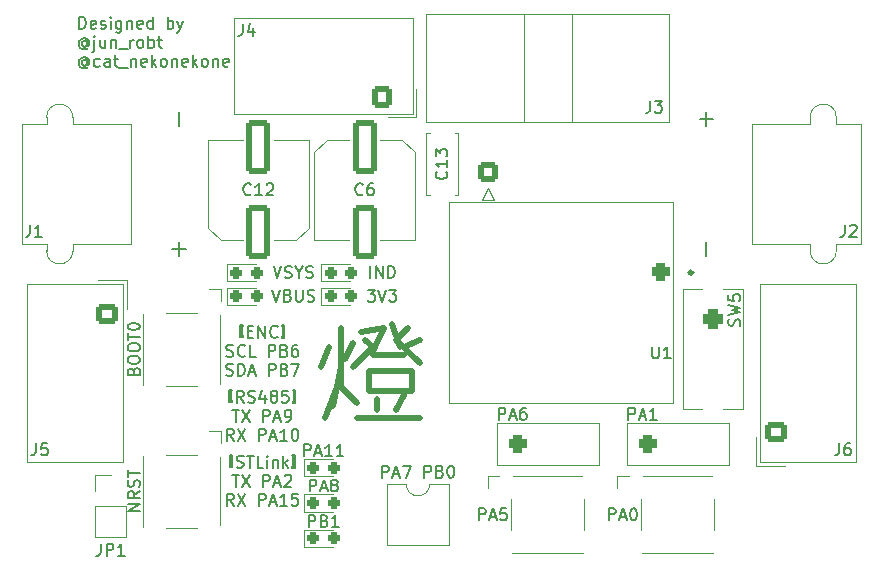
<source format=gbr>
%TF.GenerationSoftware,KiCad,Pcbnew,(6.0.7)*%
%TF.CreationDate,2023-12-12T10:26:36+09:00*%
%TF.ProjectId,Odometry,4f646f6d-6574-4727-992e-6b696361645f,rev?*%
%TF.SameCoordinates,Original*%
%TF.FileFunction,Legend,Top*%
%TF.FilePolarity,Positive*%
%FSLAX46Y46*%
G04 Gerber Fmt 4.6, Leading zero omitted, Abs format (unit mm)*
G04 Created by KiCad (PCBNEW (6.0.7)) date 2023-12-12 10:26:36*
%MOMM*%
%LPD*%
G01*
G04 APERTURE LIST*
G04 Aperture macros list*
%AMRoundRect*
0 Rectangle with rounded corners*
0 $1 Rounding radius*
0 $2 $3 $4 $5 $6 $7 $8 $9 X,Y pos of 4 corners*
0 Add a 4 corners polygon primitive as box body*
4,1,4,$2,$3,$4,$5,$6,$7,$8,$9,$2,$3,0*
0 Add four circle primitives for the rounded corners*
1,1,$1+$1,$2,$3*
1,1,$1+$1,$4,$5*
1,1,$1+$1,$6,$7*
1,1,$1+$1,$8,$9*
0 Add four rect primitives between the rounded corners*
20,1,$1+$1,$2,$3,$4,$5,0*
20,1,$1+$1,$4,$5,$6,$7,0*
20,1,$1+$1,$6,$7,$8,$9,0*
20,1,$1+$1,$8,$9,$2,$3,0*%
G04 Aperture macros list end*
%ADD10C,0.500000*%
%ADD11C,0.150000*%
%ADD12C,0.120000*%
%ADD13C,0.314000*%
%ADD14C,2.700000*%
%ADD15R,1.400000X1.600000*%
%ADD16RoundRect,0.237500X-0.287500X-0.237500X0.287500X-0.237500X0.287500X0.237500X-0.287500X0.237500X0*%
%ADD17RoundRect,0.250001X0.799999X-1.999999X0.799999X1.999999X-0.799999X1.999999X-0.799999X-1.999999X0*%
%ADD18C,1.600000*%
%ADD19RoundRect,0.250000X-0.675000X0.600000X-0.675000X-0.600000X0.675000X-0.600000X0.675000X0.600000X0*%
%ADD20O,1.850000X1.700000*%
%ADD21R,1.700000X1.700000*%
%ADD22O,1.700000X1.700000*%
%ADD23RoundRect,0.381000X-0.381000X-0.381000X0.381000X-0.381000X0.381000X0.381000X-0.381000X0.381000X0*%
%ADD24C,1.524000*%
%ADD25R,1.600000X1.400000*%
%ADD26RoundRect,0.250000X0.675000X-0.600000X0.675000X0.600000X-0.675000X0.600000X-0.675000X-0.600000X0*%
%ADD27RoundRect,0.250001X-0.799999X1.999999X-0.799999X-1.999999X0.799999X-1.999999X0.799999X1.999999X0*%
%ADD28C,1.400000*%
%ADD29R,3.500000X3.500000*%
%ADD30C,3.500000*%
%ADD31C,1.700000*%
%ADD32RoundRect,0.425000X-0.425000X-0.425000X0.425000X-0.425000X0.425000X0.425000X-0.425000X0.425000X0*%
%ADD33RoundRect,0.250000X0.600000X0.675000X-0.600000X0.675000X-0.600000X-0.675000X0.600000X-0.675000X0*%
%ADD34O,1.700000X1.850000*%
%ADD35RoundRect,0.381000X0.381000X-0.381000X0.381000X0.381000X-0.381000X0.381000X-0.381000X-0.381000X0*%
%ADD36RoundRect,0.250000X0.600000X-0.600000X0.600000X0.600000X-0.600000X0.600000X-0.600000X-0.600000X0*%
%ADD37R,1.600000X1.600000*%
%ADD38O,1.600000X1.600000*%
G04 APERTURE END LIST*
D10*
X44833333Y-44333333D02*
X47500000Y-44333333D01*
X44500000Y-47333333D02*
X48166666Y-47333333D01*
X43500000Y-49666666D02*
X48833333Y-49666666D01*
X44500000Y-45666666D02*
X44500000Y-47333333D01*
X44500000Y-45666666D02*
X48166666Y-45666666D01*
X48166666Y-47333333D01*
X42166666Y-42000000D02*
X42166666Y-47000000D01*
X43500000Y-48333333D01*
X46833333Y-43000000D02*
X48833333Y-45000000D01*
X48833333Y-43000000D02*
X47500000Y-43666666D01*
X44166666Y-43000000D02*
X44833333Y-43666666D01*
X43166666Y-45333333D01*
X47833333Y-42000000D02*
X46833333Y-43000000D01*
X45166666Y-48000000D02*
X45166666Y-49000000D01*
X46500000Y-41666666D02*
X47166666Y-43666666D01*
X47500000Y-47666666D02*
X46833333Y-49000000D01*
X43166666Y-43333333D02*
X42500000Y-44666666D01*
X41833333Y-47000000D02*
X40833333Y-49666666D01*
X43833333Y-42333333D02*
X45833333Y-42000000D01*
X44833333Y-44000000D01*
X41166666Y-43666666D02*
X40500000Y-45333333D01*
X42166666Y-45333333D02*
X41500000Y-48666666D01*
D11*
X32714285Y-47247142D02*
X32904761Y-47247142D01*
X32857142Y-47485238D01*
X32857142Y-47770952D01*
X32857142Y-48056666D01*
X32904761Y-48294761D01*
X32714285Y-48294761D01*
X32714285Y-47247142D01*
X33904761Y-48342380D02*
X33571428Y-47866190D01*
X33333333Y-48342380D02*
X33333333Y-47342380D01*
X33714285Y-47342380D01*
X33809523Y-47390000D01*
X33857142Y-47437619D01*
X33904761Y-47532857D01*
X33904761Y-47675714D01*
X33857142Y-47770952D01*
X33809523Y-47818571D01*
X33714285Y-47866190D01*
X33333333Y-47866190D01*
X34285714Y-48294761D02*
X34428571Y-48342380D01*
X34666666Y-48342380D01*
X34761904Y-48294761D01*
X34809523Y-48247142D01*
X34857142Y-48151904D01*
X34857142Y-48056666D01*
X34809523Y-47961428D01*
X34761904Y-47913809D01*
X34666666Y-47866190D01*
X34476190Y-47818571D01*
X34380952Y-47770952D01*
X34333333Y-47723333D01*
X34285714Y-47628095D01*
X34285714Y-47532857D01*
X34333333Y-47437619D01*
X34380952Y-47390000D01*
X34476190Y-47342380D01*
X34714285Y-47342380D01*
X34857142Y-47390000D01*
X35714285Y-47675714D02*
X35714285Y-48342380D01*
X35476190Y-47294761D02*
X35238095Y-48009047D01*
X35857142Y-48009047D01*
X36380952Y-47770952D02*
X36285714Y-47723333D01*
X36238095Y-47675714D01*
X36190476Y-47580476D01*
X36190476Y-47532857D01*
X36238095Y-47437619D01*
X36285714Y-47390000D01*
X36380952Y-47342380D01*
X36571428Y-47342380D01*
X36666666Y-47390000D01*
X36714285Y-47437619D01*
X36761904Y-47532857D01*
X36761904Y-47580476D01*
X36714285Y-47675714D01*
X36666666Y-47723333D01*
X36571428Y-47770952D01*
X36380952Y-47770952D01*
X36285714Y-47818571D01*
X36238095Y-47866190D01*
X36190476Y-47961428D01*
X36190476Y-48151904D01*
X36238095Y-48247142D01*
X36285714Y-48294761D01*
X36380952Y-48342380D01*
X36571428Y-48342380D01*
X36666666Y-48294761D01*
X36714285Y-48247142D01*
X36761904Y-48151904D01*
X36761904Y-47961428D01*
X36714285Y-47866190D01*
X36666666Y-47818571D01*
X36571428Y-47770952D01*
X37666666Y-47342380D02*
X37190476Y-47342380D01*
X37142857Y-47818571D01*
X37190476Y-47770952D01*
X37285714Y-47723333D01*
X37523809Y-47723333D01*
X37619047Y-47770952D01*
X37666666Y-47818571D01*
X37714285Y-47913809D01*
X37714285Y-48151904D01*
X37666666Y-48247142D01*
X37619047Y-48294761D01*
X37523809Y-48342380D01*
X37285714Y-48342380D01*
X37190476Y-48294761D01*
X37142857Y-48247142D01*
X38095238Y-47247142D02*
X38285714Y-47247142D01*
X38285714Y-48342380D01*
X38095238Y-48342380D01*
X38142857Y-48104285D01*
X38142857Y-47485238D01*
X38095238Y-47247142D01*
X32952380Y-48952380D02*
X33523809Y-48952380D01*
X33238095Y-49952380D02*
X33238095Y-48952380D01*
X33761904Y-48952380D02*
X34428571Y-49952380D01*
X34428571Y-48952380D02*
X33761904Y-49952380D01*
X35571428Y-49952380D02*
X35571428Y-48952380D01*
X35952380Y-48952380D01*
X36047619Y-49000000D01*
X36095238Y-49047619D01*
X36142857Y-49142857D01*
X36142857Y-49285714D01*
X36095238Y-49380952D01*
X36047619Y-49428571D01*
X35952380Y-49476190D01*
X35571428Y-49476190D01*
X36523809Y-49666666D02*
X37000000Y-49666666D01*
X36428571Y-49952380D02*
X36761904Y-48952380D01*
X37095238Y-49952380D01*
X37476190Y-49952380D02*
X37666666Y-49952380D01*
X37761904Y-49904761D01*
X37809523Y-49857142D01*
X37904761Y-49714285D01*
X37952380Y-49523809D01*
X37952380Y-49142857D01*
X37904761Y-49047619D01*
X37857142Y-49000000D01*
X37761904Y-48952380D01*
X37571428Y-48952380D01*
X37476190Y-49000000D01*
X37428571Y-49047619D01*
X37380952Y-49142857D01*
X37380952Y-49380952D01*
X37428571Y-49476190D01*
X37476190Y-49523809D01*
X37571428Y-49571428D01*
X37761904Y-49571428D01*
X37857142Y-49523809D01*
X37904761Y-49476190D01*
X37952380Y-49380952D01*
X33071428Y-51562380D02*
X32738095Y-51086190D01*
X32500000Y-51562380D02*
X32500000Y-50562380D01*
X32880952Y-50562380D01*
X32976190Y-50610000D01*
X33023809Y-50657619D01*
X33071428Y-50752857D01*
X33071428Y-50895714D01*
X33023809Y-50990952D01*
X32976190Y-51038571D01*
X32880952Y-51086190D01*
X32500000Y-51086190D01*
X33404761Y-50562380D02*
X34071428Y-51562380D01*
X34071428Y-50562380D02*
X33404761Y-51562380D01*
X35214285Y-51562380D02*
X35214285Y-50562380D01*
X35595238Y-50562380D01*
X35690476Y-50610000D01*
X35738095Y-50657619D01*
X35785714Y-50752857D01*
X35785714Y-50895714D01*
X35738095Y-50990952D01*
X35690476Y-51038571D01*
X35595238Y-51086190D01*
X35214285Y-51086190D01*
X36166666Y-51276666D02*
X36642857Y-51276666D01*
X36071428Y-51562380D02*
X36404761Y-50562380D01*
X36738095Y-51562380D01*
X37595238Y-51562380D02*
X37023809Y-51562380D01*
X37309523Y-51562380D02*
X37309523Y-50562380D01*
X37214285Y-50705238D01*
X37119047Y-50800476D01*
X37023809Y-50848095D01*
X38214285Y-50562380D02*
X38309523Y-50562380D01*
X38404761Y-50610000D01*
X38452380Y-50657619D01*
X38500000Y-50752857D01*
X38547619Y-50943333D01*
X38547619Y-51181428D01*
X38500000Y-51371904D01*
X38452380Y-51467142D01*
X38404761Y-51514761D01*
X38309523Y-51562380D01*
X38214285Y-51562380D01*
X38119047Y-51514761D01*
X38071428Y-51467142D01*
X38023809Y-51371904D01*
X37976190Y-51181428D01*
X37976190Y-50943333D01*
X38023809Y-50752857D01*
X38071428Y-50657619D01*
X38119047Y-50610000D01*
X38214285Y-50562380D01*
X19998095Y-16679880D02*
X19998095Y-15679880D01*
X20236190Y-15679880D01*
X20379047Y-15727500D01*
X20474285Y-15822738D01*
X20521904Y-15917976D01*
X20569523Y-16108452D01*
X20569523Y-16251309D01*
X20521904Y-16441785D01*
X20474285Y-16537023D01*
X20379047Y-16632261D01*
X20236190Y-16679880D01*
X19998095Y-16679880D01*
X21379047Y-16632261D02*
X21283809Y-16679880D01*
X21093333Y-16679880D01*
X20998095Y-16632261D01*
X20950476Y-16537023D01*
X20950476Y-16156071D01*
X20998095Y-16060833D01*
X21093333Y-16013214D01*
X21283809Y-16013214D01*
X21379047Y-16060833D01*
X21426666Y-16156071D01*
X21426666Y-16251309D01*
X20950476Y-16346547D01*
X21807619Y-16632261D02*
X21902857Y-16679880D01*
X22093333Y-16679880D01*
X22188571Y-16632261D01*
X22236190Y-16537023D01*
X22236190Y-16489404D01*
X22188571Y-16394166D01*
X22093333Y-16346547D01*
X21950476Y-16346547D01*
X21855238Y-16298928D01*
X21807619Y-16203690D01*
X21807619Y-16156071D01*
X21855238Y-16060833D01*
X21950476Y-16013214D01*
X22093333Y-16013214D01*
X22188571Y-16060833D01*
X22664761Y-16679880D02*
X22664761Y-16013214D01*
X22664761Y-15679880D02*
X22617142Y-15727500D01*
X22664761Y-15775119D01*
X22712380Y-15727500D01*
X22664761Y-15679880D01*
X22664761Y-15775119D01*
X23569523Y-16013214D02*
X23569523Y-16822738D01*
X23521904Y-16917976D01*
X23474285Y-16965595D01*
X23379047Y-17013214D01*
X23236190Y-17013214D01*
X23140952Y-16965595D01*
X23569523Y-16632261D02*
X23474285Y-16679880D01*
X23283809Y-16679880D01*
X23188571Y-16632261D01*
X23140952Y-16584642D01*
X23093333Y-16489404D01*
X23093333Y-16203690D01*
X23140952Y-16108452D01*
X23188571Y-16060833D01*
X23283809Y-16013214D01*
X23474285Y-16013214D01*
X23569523Y-16060833D01*
X24045714Y-16013214D02*
X24045714Y-16679880D01*
X24045714Y-16108452D02*
X24093333Y-16060833D01*
X24188571Y-16013214D01*
X24331428Y-16013214D01*
X24426666Y-16060833D01*
X24474285Y-16156071D01*
X24474285Y-16679880D01*
X25331428Y-16632261D02*
X25236190Y-16679880D01*
X25045714Y-16679880D01*
X24950476Y-16632261D01*
X24902857Y-16537023D01*
X24902857Y-16156071D01*
X24950476Y-16060833D01*
X25045714Y-16013214D01*
X25236190Y-16013214D01*
X25331428Y-16060833D01*
X25379047Y-16156071D01*
X25379047Y-16251309D01*
X24902857Y-16346547D01*
X26236190Y-16679880D02*
X26236190Y-15679880D01*
X26236190Y-16632261D02*
X26140952Y-16679880D01*
X25950476Y-16679880D01*
X25855238Y-16632261D01*
X25807619Y-16584642D01*
X25760000Y-16489404D01*
X25760000Y-16203690D01*
X25807619Y-16108452D01*
X25855238Y-16060833D01*
X25950476Y-16013214D01*
X26140952Y-16013214D01*
X26236190Y-16060833D01*
X27474285Y-16679880D02*
X27474285Y-15679880D01*
X27474285Y-16060833D02*
X27569523Y-16013214D01*
X27760000Y-16013214D01*
X27855238Y-16060833D01*
X27902857Y-16108452D01*
X27950476Y-16203690D01*
X27950476Y-16489404D01*
X27902857Y-16584642D01*
X27855238Y-16632261D01*
X27760000Y-16679880D01*
X27569523Y-16679880D01*
X27474285Y-16632261D01*
X28283809Y-16013214D02*
X28521904Y-16679880D01*
X28760000Y-16013214D02*
X28521904Y-16679880D01*
X28426666Y-16917976D01*
X28379047Y-16965595D01*
X28283809Y-17013214D01*
X20617142Y-17813690D02*
X20569523Y-17766071D01*
X20474285Y-17718452D01*
X20379047Y-17718452D01*
X20283809Y-17766071D01*
X20236190Y-17813690D01*
X20188571Y-17908928D01*
X20188571Y-18004166D01*
X20236190Y-18099404D01*
X20283809Y-18147023D01*
X20379047Y-18194642D01*
X20474285Y-18194642D01*
X20569523Y-18147023D01*
X20617142Y-18099404D01*
X20617142Y-17718452D02*
X20617142Y-18099404D01*
X20664761Y-18147023D01*
X20712380Y-18147023D01*
X20807619Y-18099404D01*
X20855238Y-18004166D01*
X20855238Y-17766071D01*
X20760000Y-17623214D01*
X20617142Y-17527976D01*
X20426666Y-17480357D01*
X20236190Y-17527976D01*
X20093333Y-17623214D01*
X19998095Y-17766071D01*
X19950476Y-17956547D01*
X19998095Y-18147023D01*
X20093333Y-18289880D01*
X20236190Y-18385119D01*
X20426666Y-18432738D01*
X20617142Y-18385119D01*
X20760000Y-18289880D01*
X21283809Y-17623214D02*
X21283809Y-18480357D01*
X21236190Y-18575595D01*
X21140952Y-18623214D01*
X21093333Y-18623214D01*
X21283809Y-17289880D02*
X21236190Y-17337500D01*
X21283809Y-17385119D01*
X21331428Y-17337500D01*
X21283809Y-17289880D01*
X21283809Y-17385119D01*
X22188571Y-17623214D02*
X22188571Y-18289880D01*
X21760000Y-17623214D02*
X21760000Y-18147023D01*
X21807619Y-18242261D01*
X21902857Y-18289880D01*
X22045714Y-18289880D01*
X22140952Y-18242261D01*
X22188571Y-18194642D01*
X22664761Y-17623214D02*
X22664761Y-18289880D01*
X22664761Y-17718452D02*
X22712380Y-17670833D01*
X22807619Y-17623214D01*
X22950476Y-17623214D01*
X23045714Y-17670833D01*
X23093333Y-17766071D01*
X23093333Y-18289880D01*
X23331428Y-18385119D02*
X24093333Y-18385119D01*
X24331428Y-18289880D02*
X24331428Y-17623214D01*
X24331428Y-17813690D02*
X24379047Y-17718452D01*
X24426666Y-17670833D01*
X24521904Y-17623214D01*
X24617142Y-17623214D01*
X25093333Y-18289880D02*
X24998095Y-18242261D01*
X24950476Y-18194642D01*
X24902857Y-18099404D01*
X24902857Y-17813690D01*
X24950476Y-17718452D01*
X24998095Y-17670833D01*
X25093333Y-17623214D01*
X25236190Y-17623214D01*
X25331428Y-17670833D01*
X25379047Y-17718452D01*
X25426666Y-17813690D01*
X25426666Y-18099404D01*
X25379047Y-18194642D01*
X25331428Y-18242261D01*
X25236190Y-18289880D01*
X25093333Y-18289880D01*
X25855238Y-18289880D02*
X25855238Y-17289880D01*
X25855238Y-17670833D02*
X25950476Y-17623214D01*
X26140952Y-17623214D01*
X26236190Y-17670833D01*
X26283809Y-17718452D01*
X26331428Y-17813690D01*
X26331428Y-18099404D01*
X26283809Y-18194642D01*
X26236190Y-18242261D01*
X26140952Y-18289880D01*
X25950476Y-18289880D01*
X25855238Y-18242261D01*
X26617142Y-17623214D02*
X26998095Y-17623214D01*
X26760000Y-17289880D02*
X26760000Y-18147023D01*
X26807619Y-18242261D01*
X26902857Y-18289880D01*
X26998095Y-18289880D01*
X20617142Y-19423690D02*
X20569523Y-19376071D01*
X20474285Y-19328452D01*
X20379047Y-19328452D01*
X20283809Y-19376071D01*
X20236190Y-19423690D01*
X20188571Y-19518928D01*
X20188571Y-19614166D01*
X20236190Y-19709404D01*
X20283809Y-19757023D01*
X20379047Y-19804642D01*
X20474285Y-19804642D01*
X20569523Y-19757023D01*
X20617142Y-19709404D01*
X20617142Y-19328452D02*
X20617142Y-19709404D01*
X20664761Y-19757023D01*
X20712380Y-19757023D01*
X20807619Y-19709404D01*
X20855238Y-19614166D01*
X20855238Y-19376071D01*
X20760000Y-19233214D01*
X20617142Y-19137976D01*
X20426666Y-19090357D01*
X20236190Y-19137976D01*
X20093333Y-19233214D01*
X19998095Y-19376071D01*
X19950476Y-19566547D01*
X19998095Y-19757023D01*
X20093333Y-19899880D01*
X20236190Y-19995119D01*
X20426666Y-20042738D01*
X20617142Y-19995119D01*
X20760000Y-19899880D01*
X21712380Y-19852261D02*
X21617142Y-19899880D01*
X21426666Y-19899880D01*
X21331428Y-19852261D01*
X21283809Y-19804642D01*
X21236190Y-19709404D01*
X21236190Y-19423690D01*
X21283809Y-19328452D01*
X21331428Y-19280833D01*
X21426666Y-19233214D01*
X21617142Y-19233214D01*
X21712380Y-19280833D01*
X22569523Y-19899880D02*
X22569523Y-19376071D01*
X22521904Y-19280833D01*
X22426666Y-19233214D01*
X22236190Y-19233214D01*
X22140952Y-19280833D01*
X22569523Y-19852261D02*
X22474285Y-19899880D01*
X22236190Y-19899880D01*
X22140952Y-19852261D01*
X22093333Y-19757023D01*
X22093333Y-19661785D01*
X22140952Y-19566547D01*
X22236190Y-19518928D01*
X22474285Y-19518928D01*
X22569523Y-19471309D01*
X22902857Y-19233214D02*
X23283809Y-19233214D01*
X23045714Y-18899880D02*
X23045714Y-19757023D01*
X23093333Y-19852261D01*
X23188571Y-19899880D01*
X23283809Y-19899880D01*
X23379047Y-19995119D02*
X24140952Y-19995119D01*
X24379047Y-19233214D02*
X24379047Y-19899880D01*
X24379047Y-19328452D02*
X24426666Y-19280833D01*
X24521904Y-19233214D01*
X24664761Y-19233214D01*
X24760000Y-19280833D01*
X24807619Y-19376071D01*
X24807619Y-19899880D01*
X25664761Y-19852261D02*
X25569523Y-19899880D01*
X25379047Y-19899880D01*
X25283809Y-19852261D01*
X25236190Y-19757023D01*
X25236190Y-19376071D01*
X25283809Y-19280833D01*
X25379047Y-19233214D01*
X25569523Y-19233214D01*
X25664761Y-19280833D01*
X25712380Y-19376071D01*
X25712380Y-19471309D01*
X25236190Y-19566547D01*
X26140952Y-19899880D02*
X26140952Y-18899880D01*
X26236190Y-19518928D02*
X26521904Y-19899880D01*
X26521904Y-19233214D02*
X26140952Y-19614166D01*
X27093333Y-19899880D02*
X26998095Y-19852261D01*
X26950476Y-19804642D01*
X26902857Y-19709404D01*
X26902857Y-19423690D01*
X26950476Y-19328452D01*
X26998095Y-19280833D01*
X27093333Y-19233214D01*
X27236190Y-19233214D01*
X27331428Y-19280833D01*
X27379047Y-19328452D01*
X27426666Y-19423690D01*
X27426666Y-19709404D01*
X27379047Y-19804642D01*
X27331428Y-19852261D01*
X27236190Y-19899880D01*
X27093333Y-19899880D01*
X27855238Y-19233214D02*
X27855238Y-19899880D01*
X27855238Y-19328452D02*
X27902857Y-19280833D01*
X27998095Y-19233214D01*
X28140952Y-19233214D01*
X28236190Y-19280833D01*
X28283809Y-19376071D01*
X28283809Y-19899880D01*
X29140952Y-19852261D02*
X29045714Y-19899880D01*
X28855238Y-19899880D01*
X28760000Y-19852261D01*
X28712380Y-19757023D01*
X28712380Y-19376071D01*
X28760000Y-19280833D01*
X28855238Y-19233214D01*
X29045714Y-19233214D01*
X29140952Y-19280833D01*
X29188571Y-19376071D01*
X29188571Y-19471309D01*
X28712380Y-19566547D01*
X29617142Y-19899880D02*
X29617142Y-18899880D01*
X29712380Y-19518928D02*
X29998095Y-19899880D01*
X29998095Y-19233214D02*
X29617142Y-19614166D01*
X30569523Y-19899880D02*
X30474285Y-19852261D01*
X30426666Y-19804642D01*
X30379047Y-19709404D01*
X30379047Y-19423690D01*
X30426666Y-19328452D01*
X30474285Y-19280833D01*
X30569523Y-19233214D01*
X30712380Y-19233214D01*
X30807619Y-19280833D01*
X30855238Y-19328452D01*
X30902857Y-19423690D01*
X30902857Y-19709404D01*
X30855238Y-19804642D01*
X30807619Y-19852261D01*
X30712380Y-19899880D01*
X30569523Y-19899880D01*
X31331428Y-19233214D02*
X31331428Y-19899880D01*
X31331428Y-19328452D02*
X31379047Y-19280833D01*
X31474285Y-19233214D01*
X31617142Y-19233214D01*
X31712380Y-19280833D01*
X31760000Y-19376071D01*
X31760000Y-19899880D01*
X32617142Y-19852261D02*
X32521904Y-19899880D01*
X32331428Y-19899880D01*
X32236190Y-19852261D01*
X32188571Y-19757023D01*
X32188571Y-19376071D01*
X32236190Y-19280833D01*
X32331428Y-19233214D01*
X32521904Y-19233214D01*
X32617142Y-19280833D01*
X32664761Y-19376071D01*
X32664761Y-19471309D01*
X32188571Y-19566547D01*
X32761904Y-52747142D02*
X32952380Y-52747142D01*
X32904761Y-52985238D01*
X32904761Y-53270952D01*
X32904761Y-53556666D01*
X32952380Y-53794761D01*
X32761904Y-53794761D01*
X32761904Y-52747142D01*
X33333333Y-53794761D02*
X33476190Y-53842380D01*
X33714285Y-53842380D01*
X33809523Y-53794761D01*
X33857142Y-53747142D01*
X33904761Y-53651904D01*
X33904761Y-53556666D01*
X33857142Y-53461428D01*
X33809523Y-53413809D01*
X33714285Y-53366190D01*
X33523809Y-53318571D01*
X33428571Y-53270952D01*
X33380952Y-53223333D01*
X33333333Y-53128095D01*
X33333333Y-53032857D01*
X33380952Y-52937619D01*
X33428571Y-52890000D01*
X33523809Y-52842380D01*
X33761904Y-52842380D01*
X33904761Y-52890000D01*
X34190476Y-52842380D02*
X34761904Y-52842380D01*
X34476190Y-53842380D02*
X34476190Y-52842380D01*
X35571428Y-53842380D02*
X35095238Y-53842380D01*
X35095238Y-52842380D01*
X35904761Y-53842380D02*
X35904761Y-53175714D01*
X35904761Y-52842380D02*
X35857142Y-52890000D01*
X35904761Y-52937619D01*
X35952380Y-52890000D01*
X35904761Y-52842380D01*
X35904761Y-52937619D01*
X36380952Y-53175714D02*
X36380952Y-53842380D01*
X36380952Y-53270952D02*
X36428571Y-53223333D01*
X36523809Y-53175714D01*
X36666666Y-53175714D01*
X36761904Y-53223333D01*
X36809523Y-53318571D01*
X36809523Y-53842380D01*
X37285714Y-53842380D02*
X37285714Y-52842380D01*
X37380952Y-53461428D02*
X37666666Y-53842380D01*
X37666666Y-53175714D02*
X37285714Y-53556666D01*
X38047619Y-52747142D02*
X38238095Y-52747142D01*
X38238095Y-53842380D01*
X38047619Y-53842380D01*
X38095238Y-53604285D01*
X38095238Y-52985238D01*
X38047619Y-52747142D01*
X32952380Y-54452380D02*
X33523809Y-54452380D01*
X33238095Y-55452380D02*
X33238095Y-54452380D01*
X33761904Y-54452380D02*
X34428571Y-55452380D01*
X34428571Y-54452380D02*
X33761904Y-55452380D01*
X35571428Y-55452380D02*
X35571428Y-54452380D01*
X35952380Y-54452380D01*
X36047619Y-54500000D01*
X36095238Y-54547619D01*
X36142857Y-54642857D01*
X36142857Y-54785714D01*
X36095238Y-54880952D01*
X36047619Y-54928571D01*
X35952380Y-54976190D01*
X35571428Y-54976190D01*
X36523809Y-55166666D02*
X37000000Y-55166666D01*
X36428571Y-55452380D02*
X36761904Y-54452380D01*
X37095238Y-55452380D01*
X37380952Y-54547619D02*
X37428571Y-54500000D01*
X37523809Y-54452380D01*
X37761904Y-54452380D01*
X37857142Y-54500000D01*
X37904761Y-54547619D01*
X37952380Y-54642857D01*
X37952380Y-54738095D01*
X37904761Y-54880952D01*
X37333333Y-55452380D01*
X37952380Y-55452380D01*
X33071428Y-57062380D02*
X32738095Y-56586190D01*
X32500000Y-57062380D02*
X32500000Y-56062380D01*
X32880952Y-56062380D01*
X32976190Y-56110000D01*
X33023809Y-56157619D01*
X33071428Y-56252857D01*
X33071428Y-56395714D01*
X33023809Y-56490952D01*
X32976190Y-56538571D01*
X32880952Y-56586190D01*
X32500000Y-56586190D01*
X33404761Y-56062380D02*
X34071428Y-57062380D01*
X34071428Y-56062380D02*
X33404761Y-57062380D01*
X35214285Y-57062380D02*
X35214285Y-56062380D01*
X35595238Y-56062380D01*
X35690476Y-56110000D01*
X35738095Y-56157619D01*
X35785714Y-56252857D01*
X35785714Y-56395714D01*
X35738095Y-56490952D01*
X35690476Y-56538571D01*
X35595238Y-56586190D01*
X35214285Y-56586190D01*
X36166666Y-56776666D02*
X36642857Y-56776666D01*
X36071428Y-57062380D02*
X36404761Y-56062380D01*
X36738095Y-57062380D01*
X37595238Y-57062380D02*
X37023809Y-57062380D01*
X37309523Y-57062380D02*
X37309523Y-56062380D01*
X37214285Y-56205238D01*
X37119047Y-56300476D01*
X37023809Y-56348095D01*
X38500000Y-56062380D02*
X38023809Y-56062380D01*
X37976190Y-56538571D01*
X38023809Y-56490952D01*
X38119047Y-56443333D01*
X38357142Y-56443333D01*
X38452380Y-56490952D01*
X38500000Y-56538571D01*
X38547619Y-56633809D01*
X38547619Y-56871904D01*
X38500000Y-56967142D01*
X38452380Y-57014761D01*
X38357142Y-57062380D01*
X38119047Y-57062380D01*
X38023809Y-57014761D01*
X37976190Y-56967142D01*
X33642857Y-41747142D02*
X33833333Y-41747142D01*
X33785714Y-41985238D01*
X33785714Y-42270952D01*
X33785714Y-42556666D01*
X33833333Y-42794761D01*
X33642857Y-42794761D01*
X33642857Y-41747142D01*
X34261904Y-42318571D02*
X34595238Y-42318571D01*
X34738095Y-42842380D02*
X34261904Y-42842380D01*
X34261904Y-41842380D01*
X34738095Y-41842380D01*
X35166666Y-42842380D02*
X35166666Y-41842380D01*
X35738095Y-42842380D01*
X35738095Y-41842380D01*
X36785714Y-42747142D02*
X36738095Y-42794761D01*
X36595238Y-42842380D01*
X36500000Y-42842380D01*
X36357142Y-42794761D01*
X36261904Y-42699523D01*
X36214285Y-42604285D01*
X36166666Y-42413809D01*
X36166666Y-42270952D01*
X36214285Y-42080476D01*
X36261904Y-41985238D01*
X36357142Y-41890000D01*
X36500000Y-41842380D01*
X36595238Y-41842380D01*
X36738095Y-41890000D01*
X36785714Y-41937619D01*
X37166666Y-41747142D02*
X37357142Y-41747142D01*
X37357142Y-42842380D01*
X37166666Y-42842380D01*
X37214285Y-42604285D01*
X37214285Y-41985238D01*
X37166666Y-41747142D01*
X32452380Y-44404761D02*
X32595238Y-44452380D01*
X32833333Y-44452380D01*
X32928571Y-44404761D01*
X32976190Y-44357142D01*
X33023809Y-44261904D01*
X33023809Y-44166666D01*
X32976190Y-44071428D01*
X32928571Y-44023809D01*
X32833333Y-43976190D01*
X32642857Y-43928571D01*
X32547619Y-43880952D01*
X32500000Y-43833333D01*
X32452380Y-43738095D01*
X32452380Y-43642857D01*
X32500000Y-43547619D01*
X32547619Y-43500000D01*
X32642857Y-43452380D01*
X32880952Y-43452380D01*
X33023809Y-43500000D01*
X34023809Y-44357142D02*
X33976190Y-44404761D01*
X33833333Y-44452380D01*
X33738095Y-44452380D01*
X33595238Y-44404761D01*
X33500000Y-44309523D01*
X33452380Y-44214285D01*
X33404761Y-44023809D01*
X33404761Y-43880952D01*
X33452380Y-43690476D01*
X33500000Y-43595238D01*
X33595238Y-43500000D01*
X33738095Y-43452380D01*
X33833333Y-43452380D01*
X33976190Y-43500000D01*
X34023809Y-43547619D01*
X34928571Y-44452380D02*
X34452380Y-44452380D01*
X34452380Y-43452380D01*
X36023809Y-44452380D02*
X36023809Y-43452380D01*
X36404761Y-43452380D01*
X36500000Y-43500000D01*
X36547619Y-43547619D01*
X36595238Y-43642857D01*
X36595238Y-43785714D01*
X36547619Y-43880952D01*
X36500000Y-43928571D01*
X36404761Y-43976190D01*
X36023809Y-43976190D01*
X37357142Y-43928571D02*
X37500000Y-43976190D01*
X37547619Y-44023809D01*
X37595238Y-44119047D01*
X37595238Y-44261904D01*
X37547619Y-44357142D01*
X37500000Y-44404761D01*
X37404761Y-44452380D01*
X37023809Y-44452380D01*
X37023809Y-43452380D01*
X37357142Y-43452380D01*
X37452380Y-43500000D01*
X37500000Y-43547619D01*
X37547619Y-43642857D01*
X37547619Y-43738095D01*
X37500000Y-43833333D01*
X37452380Y-43880952D01*
X37357142Y-43928571D01*
X37023809Y-43928571D01*
X38452380Y-43452380D02*
X38261904Y-43452380D01*
X38166666Y-43500000D01*
X38119047Y-43547619D01*
X38023809Y-43690476D01*
X37976190Y-43880952D01*
X37976190Y-44261904D01*
X38023809Y-44357142D01*
X38071428Y-44404761D01*
X38166666Y-44452380D01*
X38357142Y-44452380D01*
X38452380Y-44404761D01*
X38500000Y-44357142D01*
X38547619Y-44261904D01*
X38547619Y-44023809D01*
X38500000Y-43928571D01*
X38452380Y-43880952D01*
X38357142Y-43833333D01*
X38166666Y-43833333D01*
X38071428Y-43880952D01*
X38023809Y-43928571D01*
X37976190Y-44023809D01*
X32428571Y-46014761D02*
X32571428Y-46062380D01*
X32809523Y-46062380D01*
X32904761Y-46014761D01*
X32952380Y-45967142D01*
X33000000Y-45871904D01*
X33000000Y-45776666D01*
X32952380Y-45681428D01*
X32904761Y-45633809D01*
X32809523Y-45586190D01*
X32619047Y-45538571D01*
X32523809Y-45490952D01*
X32476190Y-45443333D01*
X32428571Y-45348095D01*
X32428571Y-45252857D01*
X32476190Y-45157619D01*
X32523809Y-45110000D01*
X32619047Y-45062380D01*
X32857142Y-45062380D01*
X33000000Y-45110000D01*
X33428571Y-46062380D02*
X33428571Y-45062380D01*
X33666666Y-45062380D01*
X33809523Y-45110000D01*
X33904761Y-45205238D01*
X33952380Y-45300476D01*
X34000000Y-45490952D01*
X34000000Y-45633809D01*
X33952380Y-45824285D01*
X33904761Y-45919523D01*
X33809523Y-46014761D01*
X33666666Y-46062380D01*
X33428571Y-46062380D01*
X34380952Y-45776666D02*
X34857142Y-45776666D01*
X34285714Y-46062380D02*
X34619047Y-45062380D01*
X34952380Y-46062380D01*
X36047619Y-46062380D02*
X36047619Y-45062380D01*
X36428571Y-45062380D01*
X36523809Y-45110000D01*
X36571428Y-45157619D01*
X36619047Y-45252857D01*
X36619047Y-45395714D01*
X36571428Y-45490952D01*
X36523809Y-45538571D01*
X36428571Y-45586190D01*
X36047619Y-45586190D01*
X37380952Y-45538571D02*
X37523809Y-45586190D01*
X37571428Y-45633809D01*
X37619047Y-45729047D01*
X37619047Y-45871904D01*
X37571428Y-45967142D01*
X37523809Y-46014761D01*
X37428571Y-46062380D01*
X37047619Y-46062380D01*
X37047619Y-45062380D01*
X37380952Y-45062380D01*
X37476190Y-45110000D01*
X37523809Y-45157619D01*
X37571428Y-45252857D01*
X37571428Y-45348095D01*
X37523809Y-45443333D01*
X37476190Y-45490952D01*
X37380952Y-45538571D01*
X37047619Y-45538571D01*
X37952380Y-45062380D02*
X38619047Y-45062380D01*
X38190476Y-46062380D01*
%TO.C,NRST*%
X25114880Y-57480357D02*
X24114880Y-57480357D01*
X25114880Y-56908928D01*
X24114880Y-56908928D01*
X25114880Y-55861309D02*
X24638690Y-56194642D01*
X25114880Y-56432738D02*
X24114880Y-56432738D01*
X24114880Y-56051785D01*
X24162500Y-55956547D01*
X24210119Y-55908928D01*
X24305357Y-55861309D01*
X24448214Y-55861309D01*
X24543452Y-55908928D01*
X24591071Y-55956547D01*
X24638690Y-56051785D01*
X24638690Y-56432738D01*
X25067261Y-55480357D02*
X25114880Y-55337500D01*
X25114880Y-55099404D01*
X25067261Y-55004166D01*
X25019642Y-54956547D01*
X24924404Y-54908928D01*
X24829166Y-54908928D01*
X24733928Y-54956547D01*
X24686309Y-55004166D01*
X24638690Y-55099404D01*
X24591071Y-55289880D01*
X24543452Y-55385119D01*
X24495833Y-55432738D01*
X24400595Y-55480357D01*
X24305357Y-55480357D01*
X24210119Y-55432738D01*
X24162500Y-55385119D01*
X24114880Y-55289880D01*
X24114880Y-55051785D01*
X24162500Y-54908928D01*
X24114880Y-54623214D02*
X24114880Y-54051785D01*
X25114880Y-54337500D02*
X24114880Y-54337500D01*
%TO.C,IND*%
X44638690Y-37789880D02*
X44638690Y-36789880D01*
X45114880Y-37789880D02*
X45114880Y-36789880D01*
X45686309Y-37789880D01*
X45686309Y-36789880D01*
X46162500Y-37789880D02*
X46162500Y-36789880D01*
X46400595Y-36789880D01*
X46543452Y-36837500D01*
X46638690Y-36932738D01*
X46686309Y-37027976D01*
X46733928Y-37218452D01*
X46733928Y-37361309D01*
X46686309Y-37551785D01*
X46638690Y-37647023D01*
X46543452Y-37742261D01*
X46400595Y-37789880D01*
X46162500Y-37789880D01*
%TO.C,PA8*%
X39495833Y-55859880D02*
X39495833Y-54859880D01*
X39876785Y-54859880D01*
X39972023Y-54907500D01*
X40019642Y-54955119D01*
X40067261Y-55050357D01*
X40067261Y-55193214D01*
X40019642Y-55288452D01*
X39972023Y-55336071D01*
X39876785Y-55383690D01*
X39495833Y-55383690D01*
X40448214Y-55574166D02*
X40924404Y-55574166D01*
X40352976Y-55859880D02*
X40686309Y-54859880D01*
X41019642Y-55859880D01*
X41495833Y-55288452D02*
X41400595Y-55240833D01*
X41352976Y-55193214D01*
X41305357Y-55097976D01*
X41305357Y-55050357D01*
X41352976Y-54955119D01*
X41400595Y-54907500D01*
X41495833Y-54859880D01*
X41686309Y-54859880D01*
X41781547Y-54907500D01*
X41829166Y-54955119D01*
X41876785Y-55050357D01*
X41876785Y-55097976D01*
X41829166Y-55193214D01*
X41781547Y-55240833D01*
X41686309Y-55288452D01*
X41495833Y-55288452D01*
X41400595Y-55336071D01*
X41352976Y-55383690D01*
X41305357Y-55478928D01*
X41305357Y-55669404D01*
X41352976Y-55764642D01*
X41400595Y-55812261D01*
X41495833Y-55859880D01*
X41686309Y-55859880D01*
X41781547Y-55812261D01*
X41829166Y-55764642D01*
X41876785Y-55669404D01*
X41876785Y-55478928D01*
X41829166Y-55383690D01*
X41781547Y-55336071D01*
X41686309Y-55288452D01*
%TO.C,BOOT0*%
X24591071Y-45670833D02*
X24638690Y-45527976D01*
X24686309Y-45480357D01*
X24781547Y-45432738D01*
X24924404Y-45432738D01*
X25019642Y-45480357D01*
X25067261Y-45527976D01*
X25114880Y-45623214D01*
X25114880Y-46004166D01*
X24114880Y-46004166D01*
X24114880Y-45670833D01*
X24162500Y-45575595D01*
X24210119Y-45527976D01*
X24305357Y-45480357D01*
X24400595Y-45480357D01*
X24495833Y-45527976D01*
X24543452Y-45575595D01*
X24591071Y-45670833D01*
X24591071Y-46004166D01*
X24114880Y-44813690D02*
X24114880Y-44623214D01*
X24162500Y-44527976D01*
X24257738Y-44432738D01*
X24448214Y-44385119D01*
X24781547Y-44385119D01*
X24972023Y-44432738D01*
X25067261Y-44527976D01*
X25114880Y-44623214D01*
X25114880Y-44813690D01*
X25067261Y-44908928D01*
X24972023Y-45004166D01*
X24781547Y-45051785D01*
X24448214Y-45051785D01*
X24257738Y-45004166D01*
X24162500Y-44908928D01*
X24114880Y-44813690D01*
X24114880Y-43766071D02*
X24114880Y-43575595D01*
X24162500Y-43480357D01*
X24257738Y-43385119D01*
X24448214Y-43337500D01*
X24781547Y-43337500D01*
X24972023Y-43385119D01*
X25067261Y-43480357D01*
X25114880Y-43575595D01*
X25114880Y-43766071D01*
X25067261Y-43861309D01*
X24972023Y-43956547D01*
X24781547Y-44004166D01*
X24448214Y-44004166D01*
X24257738Y-43956547D01*
X24162500Y-43861309D01*
X24114880Y-43766071D01*
X24114880Y-43051785D02*
X24114880Y-42480357D01*
X25114880Y-42766071D02*
X24114880Y-42766071D01*
X24114880Y-41956547D02*
X24114880Y-41861309D01*
X24162500Y-41766071D01*
X24210119Y-41718452D01*
X24305357Y-41670833D01*
X24495833Y-41623214D01*
X24733928Y-41623214D01*
X24924404Y-41670833D01*
X25019642Y-41718452D01*
X25067261Y-41766071D01*
X25114880Y-41861309D01*
X25114880Y-41956547D01*
X25067261Y-42051785D01*
X25019642Y-42099404D01*
X24924404Y-42147023D01*
X24733928Y-42194642D01*
X24495833Y-42194642D01*
X24305357Y-42147023D01*
X24210119Y-42099404D01*
X24162500Y-42051785D01*
X24114880Y-41956547D01*
%TO.C,C12*%
X34519642Y-30694642D02*
X34472023Y-30742261D01*
X34329166Y-30789880D01*
X34233928Y-30789880D01*
X34091071Y-30742261D01*
X33995833Y-30647023D01*
X33948214Y-30551785D01*
X33900595Y-30361309D01*
X33900595Y-30218452D01*
X33948214Y-30027976D01*
X33995833Y-29932738D01*
X34091071Y-29837500D01*
X34233928Y-29789880D01*
X34329166Y-29789880D01*
X34472023Y-29837500D01*
X34519642Y-29885119D01*
X35472023Y-30789880D02*
X34900595Y-30789880D01*
X35186309Y-30789880D02*
X35186309Y-29789880D01*
X35091071Y-29932738D01*
X34995833Y-30027976D01*
X34900595Y-30075595D01*
X35852976Y-29885119D02*
X35900595Y-29837500D01*
X35995833Y-29789880D01*
X36233928Y-29789880D01*
X36329166Y-29837500D01*
X36376785Y-29885119D01*
X36424404Y-29980357D01*
X36424404Y-30075595D01*
X36376785Y-30218452D01*
X35805357Y-30789880D01*
X36424404Y-30789880D01*
%TO.C,C13*%
X51074787Y-28778156D02*
X51122406Y-28825775D01*
X51170025Y-28968632D01*
X51170025Y-29063870D01*
X51122406Y-29206727D01*
X51027168Y-29301965D01*
X50931930Y-29349584D01*
X50741454Y-29397203D01*
X50598597Y-29397203D01*
X50408121Y-29349584D01*
X50312883Y-29301965D01*
X50217645Y-29206727D01*
X50170025Y-29063870D01*
X50170025Y-28968632D01*
X50217645Y-28825775D01*
X50265264Y-28778156D01*
X51170025Y-27825775D02*
X51170025Y-28397203D01*
X51170025Y-28111489D02*
X50170025Y-28111489D01*
X50312883Y-28206727D01*
X50408121Y-28301965D01*
X50455740Y-28397203D01*
X50170025Y-27492441D02*
X50170025Y-26873394D01*
X50550978Y-27206727D01*
X50550978Y-27063870D01*
X50598597Y-26968632D01*
X50646216Y-26921013D01*
X50741454Y-26873394D01*
X50979549Y-26873394D01*
X51074787Y-26921013D01*
X51122406Y-26968632D01*
X51170025Y-27063870D01*
X51170025Y-27349584D01*
X51122406Y-27444822D01*
X51074787Y-27492441D01*
%TO.C,J5*%
X16329166Y-51789880D02*
X16329166Y-52504166D01*
X16281547Y-52647023D01*
X16186309Y-52742261D01*
X16043452Y-52789880D01*
X15948214Y-52789880D01*
X17281547Y-51789880D02*
X16805357Y-51789880D01*
X16757738Y-52266071D01*
X16805357Y-52218452D01*
X16900595Y-52170833D01*
X17138690Y-52170833D01*
X17233928Y-52218452D01*
X17281547Y-52266071D01*
X17329166Y-52361309D01*
X17329166Y-52599404D01*
X17281547Y-52694642D01*
X17233928Y-52742261D01*
X17138690Y-52789880D01*
X16900595Y-52789880D01*
X16805357Y-52742261D01*
X16757738Y-52694642D01*
%TO.C,JP1*%
X21829166Y-60289880D02*
X21829166Y-61004166D01*
X21781547Y-61147023D01*
X21686309Y-61242261D01*
X21543452Y-61289880D01*
X21448214Y-61289880D01*
X22305357Y-61289880D02*
X22305357Y-60289880D01*
X22686309Y-60289880D01*
X22781547Y-60337500D01*
X22829166Y-60385119D01*
X22876785Y-60480357D01*
X22876785Y-60623214D01*
X22829166Y-60718452D01*
X22781547Y-60766071D01*
X22686309Y-60813690D01*
X22305357Y-60813690D01*
X23829166Y-61289880D02*
X23257738Y-61289880D01*
X23543452Y-61289880D02*
X23543452Y-60289880D01*
X23448214Y-60432738D01*
X23352976Y-60527976D01*
X23257738Y-60575595D01*
%TO.C,U1*%
X68515985Y-43601128D02*
X68515985Y-44410652D01*
X68563604Y-44505890D01*
X68611223Y-44553509D01*
X68706461Y-44601128D01*
X68896937Y-44601128D01*
X68992175Y-44553509D01*
X69039794Y-44505890D01*
X69087413Y-44410652D01*
X69087413Y-43601128D01*
X70087413Y-44601128D02*
X69515985Y-44601128D01*
X69801699Y-44601128D02*
X69801699Y-43601128D01*
X69706461Y-43743986D01*
X69611223Y-43839224D01*
X69515985Y-43886843D01*
%TO.C,PB1*%
X39424404Y-58859880D02*
X39424404Y-57859880D01*
X39805357Y-57859880D01*
X39900595Y-57907500D01*
X39948214Y-57955119D01*
X39995833Y-58050357D01*
X39995833Y-58193214D01*
X39948214Y-58288452D01*
X39900595Y-58336071D01*
X39805357Y-58383690D01*
X39424404Y-58383690D01*
X40757738Y-58336071D02*
X40900595Y-58383690D01*
X40948214Y-58431309D01*
X40995833Y-58526547D01*
X40995833Y-58669404D01*
X40948214Y-58764642D01*
X40900595Y-58812261D01*
X40805357Y-58859880D01*
X40424404Y-58859880D01*
X40424404Y-57859880D01*
X40757738Y-57859880D01*
X40852976Y-57907500D01*
X40900595Y-57955119D01*
X40948214Y-58050357D01*
X40948214Y-58145595D01*
X40900595Y-58240833D01*
X40852976Y-58288452D01*
X40757738Y-58336071D01*
X40424404Y-58336071D01*
X41948214Y-58859880D02*
X41376785Y-58859880D01*
X41662500Y-58859880D02*
X41662500Y-57859880D01*
X41567261Y-58002738D01*
X41472023Y-58097976D01*
X41376785Y-58145595D01*
%TO.C,PA0*%
X64833333Y-58289880D02*
X64833333Y-57289880D01*
X65214285Y-57289880D01*
X65309523Y-57337500D01*
X65357142Y-57385119D01*
X65404761Y-57480357D01*
X65404761Y-57623214D01*
X65357142Y-57718452D01*
X65309523Y-57766071D01*
X65214285Y-57813690D01*
X64833333Y-57813690D01*
X65785714Y-58004166D02*
X66261904Y-58004166D01*
X65690476Y-58289880D02*
X66023809Y-57289880D01*
X66357142Y-58289880D01*
X66880952Y-57289880D02*
X66976190Y-57289880D01*
X67071428Y-57337500D01*
X67119047Y-57385119D01*
X67166666Y-57480357D01*
X67214285Y-57670833D01*
X67214285Y-57908928D01*
X67166666Y-58099404D01*
X67119047Y-58194642D01*
X67071428Y-58242261D01*
X66976190Y-58289880D01*
X66880952Y-58289880D01*
X66785714Y-58242261D01*
X66738095Y-58194642D01*
X66690476Y-58099404D01*
X66642857Y-57908928D01*
X66642857Y-57670833D01*
X66690476Y-57480357D01*
X66738095Y-57385119D01*
X66785714Y-57337500D01*
X66880952Y-57289880D01*
%TO.C,VSYS*%
X36448214Y-36789880D02*
X36781547Y-37789880D01*
X37114880Y-36789880D01*
X37400595Y-37742261D02*
X37543452Y-37789880D01*
X37781547Y-37789880D01*
X37876785Y-37742261D01*
X37924404Y-37694642D01*
X37972023Y-37599404D01*
X37972023Y-37504166D01*
X37924404Y-37408928D01*
X37876785Y-37361309D01*
X37781547Y-37313690D01*
X37591071Y-37266071D01*
X37495833Y-37218452D01*
X37448214Y-37170833D01*
X37400595Y-37075595D01*
X37400595Y-36980357D01*
X37448214Y-36885119D01*
X37495833Y-36837500D01*
X37591071Y-36789880D01*
X37829166Y-36789880D01*
X37972023Y-36837500D01*
X38591071Y-37313690D02*
X38591071Y-37789880D01*
X38257738Y-36789880D02*
X38591071Y-37313690D01*
X38924404Y-36789880D01*
X39210119Y-37742261D02*
X39352976Y-37789880D01*
X39591071Y-37789880D01*
X39686309Y-37742261D01*
X39733928Y-37694642D01*
X39781547Y-37599404D01*
X39781547Y-37504166D01*
X39733928Y-37408928D01*
X39686309Y-37361309D01*
X39591071Y-37313690D01*
X39400595Y-37266071D01*
X39305357Y-37218452D01*
X39257738Y-37170833D01*
X39210119Y-37075595D01*
X39210119Y-36980357D01*
X39257738Y-36885119D01*
X39305357Y-36837500D01*
X39400595Y-36789880D01*
X39638690Y-36789880D01*
X39781547Y-36837500D01*
%TO.C,PA5*%
X53833333Y-58289880D02*
X53833333Y-57289880D01*
X54214285Y-57289880D01*
X54309523Y-57337500D01*
X54357142Y-57385119D01*
X54404761Y-57480357D01*
X54404761Y-57623214D01*
X54357142Y-57718452D01*
X54309523Y-57766071D01*
X54214285Y-57813690D01*
X53833333Y-57813690D01*
X54785714Y-58004166D02*
X55261904Y-58004166D01*
X54690476Y-58289880D02*
X55023809Y-57289880D01*
X55357142Y-58289880D01*
X56166666Y-57289880D02*
X55690476Y-57289880D01*
X55642857Y-57766071D01*
X55690476Y-57718452D01*
X55785714Y-57670833D01*
X56023809Y-57670833D01*
X56119047Y-57718452D01*
X56166666Y-57766071D01*
X56214285Y-57861309D01*
X56214285Y-58099404D01*
X56166666Y-58194642D01*
X56119047Y-58242261D01*
X56023809Y-58289880D01*
X55785714Y-58289880D01*
X55690476Y-58242261D01*
X55642857Y-58194642D01*
%TO.C,VBUS*%
X36329166Y-38789880D02*
X36662500Y-39789880D01*
X36995833Y-38789880D01*
X37662500Y-39266071D02*
X37805357Y-39313690D01*
X37852976Y-39361309D01*
X37900595Y-39456547D01*
X37900595Y-39599404D01*
X37852976Y-39694642D01*
X37805357Y-39742261D01*
X37710119Y-39789880D01*
X37329166Y-39789880D01*
X37329166Y-38789880D01*
X37662500Y-38789880D01*
X37757738Y-38837500D01*
X37805357Y-38885119D01*
X37852976Y-38980357D01*
X37852976Y-39075595D01*
X37805357Y-39170833D01*
X37757738Y-39218452D01*
X37662500Y-39266071D01*
X37329166Y-39266071D01*
X38329166Y-38789880D02*
X38329166Y-39599404D01*
X38376785Y-39694642D01*
X38424404Y-39742261D01*
X38519642Y-39789880D01*
X38710119Y-39789880D01*
X38805357Y-39742261D01*
X38852976Y-39694642D01*
X38900595Y-39599404D01*
X38900595Y-38789880D01*
X39329166Y-39742261D02*
X39472023Y-39789880D01*
X39710119Y-39789880D01*
X39805357Y-39742261D01*
X39852976Y-39694642D01*
X39900595Y-39599404D01*
X39900595Y-39504166D01*
X39852976Y-39408928D01*
X39805357Y-39361309D01*
X39710119Y-39313690D01*
X39519642Y-39266071D01*
X39424404Y-39218452D01*
X39376785Y-39170833D01*
X39329166Y-39075595D01*
X39329166Y-38980357D01*
X39376785Y-38885119D01*
X39424404Y-38837500D01*
X39519642Y-38789880D01*
X39757738Y-38789880D01*
X39900595Y-38837500D01*
%TO.C,J6*%
X84329166Y-51789880D02*
X84329166Y-52504166D01*
X84281547Y-52647023D01*
X84186309Y-52742261D01*
X84043452Y-52789880D01*
X83948214Y-52789880D01*
X85233928Y-51789880D02*
X85043452Y-51789880D01*
X84948214Y-51837500D01*
X84900595Y-51885119D01*
X84805357Y-52027976D01*
X84757738Y-52218452D01*
X84757738Y-52599404D01*
X84805357Y-52694642D01*
X84852976Y-52742261D01*
X84948214Y-52789880D01*
X85138690Y-52789880D01*
X85233928Y-52742261D01*
X85281547Y-52694642D01*
X85329166Y-52599404D01*
X85329166Y-52361309D01*
X85281547Y-52266071D01*
X85233928Y-52218452D01*
X85138690Y-52170833D01*
X84948214Y-52170833D01*
X84852976Y-52218452D01*
X84805357Y-52266071D01*
X84757738Y-52361309D01*
%TO.C,C6*%
X43995833Y-30694642D02*
X43948214Y-30742261D01*
X43805357Y-30789880D01*
X43710119Y-30789880D01*
X43567261Y-30742261D01*
X43472023Y-30647023D01*
X43424404Y-30551785D01*
X43376785Y-30361309D01*
X43376785Y-30218452D01*
X43424404Y-30027976D01*
X43472023Y-29932738D01*
X43567261Y-29837500D01*
X43710119Y-29789880D01*
X43805357Y-29789880D01*
X43948214Y-29837500D01*
X43995833Y-29885119D01*
X44852976Y-29789880D02*
X44662500Y-29789880D01*
X44567261Y-29837500D01*
X44519642Y-29885119D01*
X44424404Y-30027976D01*
X44376785Y-30218452D01*
X44376785Y-30599404D01*
X44424404Y-30694642D01*
X44472023Y-30742261D01*
X44567261Y-30789880D01*
X44757738Y-30789880D01*
X44852976Y-30742261D01*
X44900595Y-30694642D01*
X44948214Y-30599404D01*
X44948214Y-30361309D01*
X44900595Y-30266071D01*
X44852976Y-30218452D01*
X44757738Y-30170833D01*
X44567261Y-30170833D01*
X44472023Y-30218452D01*
X44424404Y-30266071D01*
X44376785Y-30361309D01*
%TO.C,J1*%
X15829166Y-33289880D02*
X15829166Y-34004166D01*
X15781547Y-34147023D01*
X15686309Y-34242261D01*
X15543452Y-34289880D01*
X15448214Y-34289880D01*
X16829166Y-34289880D02*
X16257738Y-34289880D01*
X16543452Y-34289880D02*
X16543452Y-33289880D01*
X16448214Y-33432738D01*
X16352976Y-33527976D01*
X16257738Y-33575595D01*
X28444642Y-24908928D02*
X28444642Y-23766071D01*
X28444642Y-35908928D02*
X28444642Y-34766071D01*
X29016071Y-35337500D02*
X27873214Y-35337500D01*
%TO.C,SW5*%
X75904761Y-41833333D02*
X75952380Y-41690476D01*
X75952380Y-41452380D01*
X75904761Y-41357142D01*
X75857142Y-41309523D01*
X75761904Y-41261904D01*
X75666666Y-41261904D01*
X75571428Y-41309523D01*
X75523809Y-41357142D01*
X75476190Y-41452380D01*
X75428571Y-41642857D01*
X75380952Y-41738095D01*
X75333333Y-41785714D01*
X75238095Y-41833333D01*
X75142857Y-41833333D01*
X75047619Y-41785714D01*
X75000000Y-41738095D01*
X74952380Y-41642857D01*
X74952380Y-41404761D01*
X75000000Y-41261904D01*
X74952380Y-40928571D02*
X75952380Y-40690476D01*
X75238095Y-40500000D01*
X75952380Y-40309523D01*
X74952380Y-40071428D01*
X74952380Y-39214285D02*
X74952380Y-39690476D01*
X75428571Y-39738095D01*
X75380952Y-39690476D01*
X75333333Y-39595238D01*
X75333333Y-39357142D01*
X75380952Y-39261904D01*
X75428571Y-39214285D01*
X75523809Y-39166666D01*
X75761904Y-39166666D01*
X75857142Y-39214285D01*
X75904761Y-39261904D01*
X75952380Y-39357142D01*
X75952380Y-39595238D01*
X75904761Y-39690476D01*
X75857142Y-39738095D01*
%TO.C,J4*%
X33829166Y-16289880D02*
X33829166Y-17004166D01*
X33781547Y-17147023D01*
X33686309Y-17242261D01*
X33543452Y-17289880D01*
X33448214Y-17289880D01*
X34733928Y-16623214D02*
X34733928Y-17289880D01*
X34495833Y-16242261D02*
X34257738Y-16956547D01*
X34876785Y-16956547D01*
%TO.C,PA1*%
X66495833Y-49789880D02*
X66495833Y-48789880D01*
X66876785Y-48789880D01*
X66972023Y-48837500D01*
X67019642Y-48885119D01*
X67067261Y-48980357D01*
X67067261Y-49123214D01*
X67019642Y-49218452D01*
X66972023Y-49266071D01*
X66876785Y-49313690D01*
X66495833Y-49313690D01*
X67448214Y-49504166D02*
X67924404Y-49504166D01*
X67352976Y-49789880D02*
X67686309Y-48789880D01*
X68019642Y-49789880D01*
X68876785Y-49789880D02*
X68305357Y-49789880D01*
X68591071Y-49789880D02*
X68591071Y-48789880D01*
X68495833Y-48932738D01*
X68400595Y-49027976D01*
X68305357Y-49075595D01*
%TO.C,PA11*%
X39019642Y-52859880D02*
X39019642Y-51859880D01*
X39400595Y-51859880D01*
X39495833Y-51907500D01*
X39543452Y-51955119D01*
X39591071Y-52050357D01*
X39591071Y-52193214D01*
X39543452Y-52288452D01*
X39495833Y-52336071D01*
X39400595Y-52383690D01*
X39019642Y-52383690D01*
X39972023Y-52574166D02*
X40448214Y-52574166D01*
X39876785Y-52859880D02*
X40210119Y-51859880D01*
X40543452Y-52859880D01*
X41400595Y-52859880D02*
X40829166Y-52859880D01*
X41114880Y-52859880D02*
X41114880Y-51859880D01*
X41019642Y-52002738D01*
X40924404Y-52097976D01*
X40829166Y-52145595D01*
X42352976Y-52859880D02*
X41781547Y-52859880D01*
X42067261Y-52859880D02*
X42067261Y-51859880D01*
X41972023Y-52002738D01*
X41876785Y-52097976D01*
X41781547Y-52145595D01*
%TO.C,PA6*%
X55495833Y-49789880D02*
X55495833Y-48789880D01*
X55876785Y-48789880D01*
X55972023Y-48837500D01*
X56019642Y-48885119D01*
X56067261Y-48980357D01*
X56067261Y-49123214D01*
X56019642Y-49218452D01*
X55972023Y-49266071D01*
X55876785Y-49313690D01*
X55495833Y-49313690D01*
X56448214Y-49504166D02*
X56924404Y-49504166D01*
X56352976Y-49789880D02*
X56686309Y-48789880D01*
X57019642Y-49789880D01*
X57781547Y-48789880D02*
X57591071Y-48789880D01*
X57495833Y-48837500D01*
X57448214Y-48885119D01*
X57352976Y-49027976D01*
X57305357Y-49218452D01*
X57305357Y-49599404D01*
X57352976Y-49694642D01*
X57400595Y-49742261D01*
X57495833Y-49789880D01*
X57686309Y-49789880D01*
X57781547Y-49742261D01*
X57829166Y-49694642D01*
X57876785Y-49599404D01*
X57876785Y-49361309D01*
X57829166Y-49266071D01*
X57781547Y-49218452D01*
X57686309Y-49170833D01*
X57495833Y-49170833D01*
X57400595Y-49218452D01*
X57352976Y-49266071D01*
X57305357Y-49361309D01*
%TO.C,3V3*%
X44424404Y-38789880D02*
X45043452Y-38789880D01*
X44710119Y-39170833D01*
X44852976Y-39170833D01*
X44948214Y-39218452D01*
X44995833Y-39266071D01*
X45043452Y-39361309D01*
X45043452Y-39599404D01*
X44995833Y-39694642D01*
X44948214Y-39742261D01*
X44852976Y-39789880D01*
X44567261Y-39789880D01*
X44472023Y-39742261D01*
X44424404Y-39694642D01*
X45329166Y-38789880D02*
X45662500Y-39789880D01*
X45995833Y-38789880D01*
X46233928Y-38789880D02*
X46852976Y-38789880D01*
X46519642Y-39170833D01*
X46662500Y-39170833D01*
X46757738Y-39218452D01*
X46805357Y-39266071D01*
X46852976Y-39361309D01*
X46852976Y-39599404D01*
X46805357Y-39694642D01*
X46757738Y-39742261D01*
X46662500Y-39789880D01*
X46376785Y-39789880D01*
X46281547Y-39742261D01*
X46233928Y-39694642D01*
%TO.C,J3*%
X68329166Y-22789880D02*
X68329166Y-23504166D01*
X68281547Y-23647023D01*
X68186309Y-23742261D01*
X68043452Y-23789880D01*
X67948214Y-23789880D01*
X68710119Y-22789880D02*
X69329166Y-22789880D01*
X68995833Y-23170833D01*
X69138690Y-23170833D01*
X69233928Y-23218452D01*
X69281547Y-23266071D01*
X69329166Y-23361309D01*
X69329166Y-23599404D01*
X69281547Y-23694642D01*
X69233928Y-23742261D01*
X69138690Y-23789880D01*
X68852976Y-23789880D01*
X68757738Y-23742261D01*
X68710119Y-23694642D01*
%TO.C,J2*%
X84829166Y-33289880D02*
X84829166Y-34004166D01*
X84781547Y-34147023D01*
X84686309Y-34242261D01*
X84543452Y-34289880D01*
X84448214Y-34289880D01*
X85257738Y-33385119D02*
X85305357Y-33337500D01*
X85400595Y-33289880D01*
X85638690Y-33289880D01*
X85733928Y-33337500D01*
X85781547Y-33385119D01*
X85829166Y-33480357D01*
X85829166Y-33575595D01*
X85781547Y-33718452D01*
X85210119Y-34289880D01*
X85829166Y-34289880D01*
X73094642Y-24908928D02*
X73094642Y-23766071D01*
X73666071Y-24337500D02*
X72523214Y-24337500D01*
X73094642Y-35908928D02*
X73094642Y-34766071D01*
%TO.C,PA7 PB0*%
X45648690Y-54684880D02*
X45648690Y-53684880D01*
X46029642Y-53684880D01*
X46124880Y-53732500D01*
X46172500Y-53780119D01*
X46220119Y-53875357D01*
X46220119Y-54018214D01*
X46172500Y-54113452D01*
X46124880Y-54161071D01*
X46029642Y-54208690D01*
X45648690Y-54208690D01*
X46601071Y-54399166D02*
X47077261Y-54399166D01*
X46505833Y-54684880D02*
X46839166Y-53684880D01*
X47172500Y-54684880D01*
X47410595Y-53684880D02*
X48077261Y-53684880D01*
X47648690Y-54684880D01*
X49220119Y-54684880D02*
X49220119Y-53684880D01*
X49601071Y-53684880D01*
X49696309Y-53732500D01*
X49743928Y-53780119D01*
X49791547Y-53875357D01*
X49791547Y-54018214D01*
X49743928Y-54113452D01*
X49696309Y-54161071D01*
X49601071Y-54208690D01*
X49220119Y-54208690D01*
X50553452Y-54161071D02*
X50696309Y-54208690D01*
X50743928Y-54256309D01*
X50791547Y-54351547D01*
X50791547Y-54494404D01*
X50743928Y-54589642D01*
X50696309Y-54637261D01*
X50601071Y-54684880D01*
X50220119Y-54684880D01*
X50220119Y-53684880D01*
X50553452Y-53684880D01*
X50648690Y-53732500D01*
X50696309Y-53780119D01*
X50743928Y-53875357D01*
X50743928Y-53970595D01*
X50696309Y-54065833D01*
X50648690Y-54113452D01*
X50553452Y-54161071D01*
X50220119Y-54161071D01*
X51410595Y-53684880D02*
X51505833Y-53684880D01*
X51601071Y-53732500D01*
X51648690Y-53780119D01*
X51696309Y-53875357D01*
X51743928Y-54065833D01*
X51743928Y-54303928D01*
X51696309Y-54494404D01*
X51648690Y-54589642D01*
X51601071Y-54637261D01*
X51505833Y-54684880D01*
X51410595Y-54684880D01*
X51315357Y-54637261D01*
X51267738Y-54589642D01*
X51220119Y-54494404D01*
X51172500Y-54303928D01*
X51172500Y-54065833D01*
X51220119Y-53875357D01*
X51267738Y-53780119D01*
X51315357Y-53732500D01*
X51410595Y-53684880D01*
D12*
%TO.C,NRST*%
X29962500Y-58937500D02*
X27362500Y-58937500D01*
X31912500Y-58737500D02*
X31912500Y-52937500D01*
X25412500Y-58837500D02*
X25412500Y-52837500D01*
X30962500Y-50737500D02*
X31962500Y-50737500D01*
X29962500Y-52737500D02*
X27362500Y-52737500D01*
X31962500Y-50737500D02*
X31962500Y-51737500D01*
%TO.C,IND*%
X42962500Y-36602500D02*
X40502500Y-36602500D01*
X40502500Y-38072500D02*
X42962500Y-38072500D01*
X40502500Y-36602500D02*
X40502500Y-38072500D01*
%TO.C,PA8*%
X39002500Y-57572500D02*
X41462500Y-57572500D01*
X41462500Y-56102500D02*
X39002500Y-56102500D01*
X39002500Y-56102500D02*
X39002500Y-57572500D01*
%TO.C,BOOT0*%
X31912500Y-46737500D02*
X31912500Y-40937500D01*
X31962500Y-38737500D02*
X31962500Y-39737500D01*
X25412500Y-46837500D02*
X25412500Y-40837500D01*
X29962500Y-46937500D02*
X27362500Y-46937500D01*
X30962500Y-38737500D02*
X31962500Y-38737500D01*
X29962500Y-40737500D02*
X27362500Y-40737500D01*
%TO.C,C12*%
X30902500Y-26077500D02*
X33852500Y-26077500D01*
X39422500Y-26077500D02*
X36472500Y-26077500D01*
X30902500Y-33533063D02*
X30902500Y-26077500D01*
X39422500Y-33533063D02*
X39422500Y-26077500D01*
X31966937Y-34597500D02*
X33852500Y-34597500D01*
X38358063Y-34597500D02*
X39422500Y-33533063D01*
X31966937Y-34597500D02*
X30902500Y-33533063D01*
X38358063Y-34597500D02*
X36472500Y-34597500D01*
%TO.C,C13*%
X49347645Y-30755299D02*
X49662645Y-30755299D01*
X49347645Y-25515299D02*
X49662645Y-25515299D01*
X51772645Y-30755299D02*
X52087645Y-30755299D01*
X52087645Y-30755299D02*
X52087645Y-25515299D01*
X51772645Y-25515299D02*
X52087645Y-25515299D01*
X49347645Y-30755299D02*
X49347645Y-25515299D01*
%TO.C,J5*%
X21612500Y-37977500D02*
X24022500Y-37977500D01*
X23722500Y-38277500D02*
X15602500Y-38277500D01*
X15602500Y-53397500D02*
X23722500Y-53397500D01*
X15602500Y-38277500D02*
X15602500Y-53397500D01*
X24022500Y-37977500D02*
X24022500Y-40387500D01*
X23722500Y-53397500D02*
X23722500Y-38277500D01*
%TO.C,JP1*%
X21332500Y-57107500D02*
X21332500Y-59707500D01*
X21332500Y-55837500D02*
X21332500Y-54507500D01*
X21332500Y-57107500D02*
X23992500Y-57107500D01*
X21332500Y-54507500D02*
X22662500Y-54507500D01*
X23992500Y-57107500D02*
X23992500Y-59707500D01*
X21332500Y-59707500D02*
X23992500Y-59707500D01*
%TO.C,U1*%
X51285500Y-31337500D02*
X70285500Y-31337500D01*
X70285500Y-31337500D02*
X70285500Y-48337500D01*
X70285500Y-48337500D02*
X51285500Y-48337500D01*
X51285500Y-48337500D02*
X51285500Y-31337500D01*
D13*
X71942500Y-37337500D02*
G75*
G03*
X71942500Y-37337500I-157000J0D01*
G01*
D12*
%TO.C,PB1*%
X39002500Y-59102500D02*
X39002500Y-60572500D01*
X41462500Y-59102500D02*
X39002500Y-59102500D01*
X39002500Y-60572500D02*
X41462500Y-60572500D01*
%TO.C,PA0*%
X73762500Y-56537500D02*
X73762500Y-59137500D01*
X65562500Y-55537500D02*
X65562500Y-54537500D01*
X67562500Y-56537500D02*
X67562500Y-59137500D01*
X73562500Y-54587500D02*
X67762500Y-54587500D01*
X65562500Y-54537500D02*
X66562500Y-54537500D01*
X73662500Y-61087500D02*
X67662500Y-61087500D01*
%TO.C,VSYS*%
X34962500Y-36602500D02*
X32502500Y-36602500D01*
X32502500Y-38072500D02*
X34962500Y-38072500D01*
X32502500Y-36602500D02*
X32502500Y-38072500D01*
%TO.C,PA5*%
X62762500Y-56537500D02*
X62762500Y-59137500D01*
X62662500Y-61087500D02*
X56662500Y-61087500D01*
X56562500Y-56537500D02*
X56562500Y-59137500D01*
X54562500Y-54537500D02*
X55562500Y-54537500D01*
X54562500Y-55537500D02*
X54562500Y-54537500D01*
X62562500Y-54587500D02*
X56762500Y-54587500D01*
%TO.C,VBUS*%
X32502500Y-38602500D02*
X32502500Y-40072500D01*
X32502500Y-40072500D02*
X34962500Y-40072500D01*
X34962500Y-38602500D02*
X32502500Y-38602500D01*
%TO.C,J6*%
X77302500Y-53697500D02*
X77302500Y-51287500D01*
X77602500Y-53397500D02*
X85722500Y-53397500D01*
X77602500Y-38277500D02*
X77602500Y-53397500D01*
X85722500Y-53397500D02*
X85722500Y-38277500D01*
X85722500Y-38277500D02*
X77602500Y-38277500D01*
X79712500Y-53697500D02*
X77302500Y-53697500D01*
%TO.C,C6*%
X47358063Y-26077500D02*
X48422500Y-27141937D01*
X39902500Y-27141937D02*
X39902500Y-34597500D01*
X40966937Y-26077500D02*
X39902500Y-27141937D01*
X47358063Y-26077500D02*
X45472500Y-26077500D01*
X39902500Y-34597500D02*
X42852500Y-34597500D01*
X40966937Y-26077500D02*
X42852500Y-26077500D01*
X48422500Y-27141937D02*
X48422500Y-34597500D01*
X48422500Y-34597500D02*
X45472500Y-34597500D01*
%TO.C,J1*%
X19447500Y-34897500D02*
X24347500Y-34897500D01*
X17227500Y-24777500D02*
X17227500Y-24187500D01*
X15127500Y-34897500D02*
X15127500Y-24777500D01*
X15127500Y-34897500D02*
X17227500Y-34897500D01*
X24347500Y-34897500D02*
X24347500Y-24777500D01*
X17227500Y-35487500D02*
X17227500Y-34897500D01*
X15127500Y-24777500D02*
X17227500Y-24777500D01*
X19447500Y-35487500D02*
X19447500Y-34897500D01*
X19447500Y-24777500D02*
X19447500Y-24187500D01*
X19447500Y-24777500D02*
X24347500Y-24777500D01*
X17227500Y-35487500D02*
G75*
G03*
X19447500Y-35487500I1110000J0D01*
G01*
X19447500Y-24187500D02*
G75*
G03*
X17227500Y-24187500I-1110000J0D01*
G01*
%TO.C,SW5*%
X71122500Y-48917500D02*
X71122500Y-38757500D01*
X76202500Y-38757500D02*
X76202500Y-48917500D01*
X76202500Y-48917500D02*
X71122500Y-48917500D01*
X76202500Y-38757500D02*
X76202500Y-48917500D01*
X71122500Y-38757500D02*
X76202500Y-38757500D01*
%TO.C,J4*%
X33102500Y-15777500D02*
X33102500Y-23897500D01*
X33102500Y-23897500D02*
X48222500Y-23897500D01*
X48222500Y-15777500D02*
X33102500Y-15777500D01*
X48222500Y-23897500D02*
X48222500Y-15777500D01*
X48522500Y-21787500D02*
X48522500Y-24197500D01*
X48522500Y-24197500D02*
X46112500Y-24197500D01*
%TO.C,PA1*%
X66344500Y-50059500D02*
X74980500Y-50059500D01*
X66344500Y-53615500D02*
X66344500Y-50059500D01*
X74980500Y-50059500D02*
X74980500Y-53615500D01*
X74980500Y-53615500D02*
X66344500Y-53615500D01*
%TO.C,PA11*%
X39002500Y-53102500D02*
X39002500Y-54572500D01*
X41462500Y-53102500D02*
X39002500Y-53102500D01*
X39002500Y-54572500D02*
X41462500Y-54572500D01*
%TO.C,PA6*%
X55344500Y-50059500D02*
X63980500Y-50059500D01*
X55344500Y-53615500D02*
X55344500Y-50059500D01*
X63980500Y-53615500D02*
X55344500Y-53615500D01*
X63980500Y-50059500D02*
X63980500Y-53615500D01*
%TO.C,3V3*%
X40502500Y-40072500D02*
X42962500Y-40072500D01*
X40502500Y-38602500D02*
X40502500Y-40072500D01*
X42962500Y-38602500D02*
X40502500Y-38602500D01*
%TO.C,J3*%
X61712500Y-24567500D02*
X61712500Y-15447500D01*
X54082500Y-31187500D02*
X55082500Y-31187500D01*
X49372500Y-24567500D02*
X49372500Y-15447500D01*
X57612500Y-24567500D02*
X57612500Y-15447500D01*
X69952500Y-15447500D02*
X69952500Y-24567500D01*
X55082500Y-31187500D02*
X54582500Y-30187500D01*
X49372500Y-15447500D02*
X69952500Y-15447500D01*
X54582500Y-30187500D02*
X54082500Y-31187500D01*
X69952500Y-24567500D02*
X49372500Y-24567500D01*
%TO.C,J2*%
X81877500Y-24187500D02*
X81877500Y-24777500D01*
X81877500Y-24777500D02*
X76977500Y-24777500D01*
X84097500Y-34897500D02*
X84097500Y-35487500D01*
X81877500Y-34897500D02*
X76977500Y-34897500D01*
X84097500Y-24187500D02*
X84097500Y-24777500D01*
X81877500Y-34897500D02*
X81877500Y-35487500D01*
X86197500Y-34897500D02*
X84097500Y-34897500D01*
X76977500Y-24777500D02*
X76977500Y-34897500D01*
X86197500Y-24777500D02*
X86197500Y-34897500D01*
X86197500Y-24777500D02*
X84097500Y-24777500D01*
X84097500Y-24187500D02*
G75*
G03*
X81877500Y-24187500I-1110000J0D01*
G01*
X81877500Y-35487500D02*
G75*
G03*
X84097500Y-35487500I1110000J0D01*
G01*
%TO.C,PA7 PB0*%
X46022500Y-60432500D02*
X51322500Y-60432500D01*
X47672500Y-55232500D02*
X46022500Y-55232500D01*
X51322500Y-55232500D02*
X49672500Y-55232500D01*
X46022500Y-55232500D02*
X46022500Y-60432500D01*
X51322500Y-60432500D02*
X51322500Y-55232500D01*
X47672500Y-55232500D02*
G75*
G03*
X49672500Y-55232500I1000000J0D01*
G01*
%TD*%
%LPC*%
D14*
%TO.C,REF\u002A\u002A*%
X17662500Y-58837500D03*
%TD*%
D15*
%TO.C,NRST*%
X30912500Y-51837500D03*
X30912500Y-59837500D03*
X26412500Y-59837500D03*
X26412500Y-51837500D03*
%TD*%
D16*
%TO.C,IND*%
X41287500Y-37337500D03*
X43037500Y-37337500D03*
%TD*%
%TO.C,PA8*%
X39787500Y-56837500D03*
X41537500Y-56837500D03*
%TD*%
D15*
%TO.C,BOOT0*%
X30912500Y-39837500D03*
X30912500Y-47837500D03*
X26412500Y-39837500D03*
X26412500Y-47837500D03*
%TD*%
D17*
%TO.C,C12*%
X35162500Y-33937500D03*
X35162500Y-26737500D03*
%TD*%
D14*
%TO.C,REF\u002A\u002A*%
X83662500Y-17837500D03*
%TD*%
%TO.C,REF\u002A\u002A*%
X17662500Y-17837500D03*
%TD*%
D18*
%TO.C,C13*%
X50717645Y-30635299D03*
X50717645Y-25635299D03*
%TD*%
D19*
%TO.C,J5*%
X22312500Y-40837500D03*
D20*
X22312500Y-43337500D03*
X22312500Y-45837500D03*
X22312500Y-48337500D03*
X22312500Y-50837500D03*
%TD*%
D21*
%TO.C,JP1*%
X22662500Y-55837500D03*
D22*
X22662500Y-58377500D03*
%TD*%
D14*
%TO.C,REF\u002A\u002A*%
X83662500Y-58837500D03*
%TD*%
D23*
%TO.C,U1*%
X69285500Y-37297500D03*
D24*
X69285500Y-39837500D03*
X69285500Y-42377500D03*
%TD*%
D16*
%TO.C,PB1*%
X39787500Y-59837500D03*
X41537500Y-59837500D03*
%TD*%
D25*
%TO.C,PA0*%
X74662500Y-55587500D03*
X66662500Y-55587500D03*
X74662500Y-60087500D03*
X66662500Y-60087500D03*
%TD*%
D16*
%TO.C,VSYS*%
X33287500Y-37337500D03*
X35037500Y-37337500D03*
%TD*%
D25*
%TO.C,PA5*%
X55662500Y-55587500D03*
X63662500Y-55587500D03*
X55662500Y-60087500D03*
X63662500Y-60087500D03*
%TD*%
D16*
%TO.C,VBUS*%
X33287500Y-39337500D03*
X35037500Y-39337500D03*
%TD*%
D26*
%TO.C,J6*%
X79012500Y-50837500D03*
D20*
X79012500Y-48337500D03*
X79012500Y-45837500D03*
X79012500Y-43337500D03*
X79012500Y-40837500D03*
%TD*%
D27*
%TO.C,C6*%
X44162500Y-26737500D03*
X44162500Y-33937500D03*
%TD*%
D28*
%TO.C,J1*%
X18337500Y-35337500D03*
X18337500Y-24337500D03*
D29*
X28337500Y-27337500D03*
D30*
X28337500Y-32337500D03*
%TD*%
D31*
%TO.C,SW5*%
X73662500Y-48917500D03*
X73662500Y-38757500D03*
D32*
X73662500Y-41297500D03*
D31*
X73662500Y-43837500D03*
X73662500Y-46377500D03*
%TD*%
D33*
%TO.C,J4*%
X45662500Y-22487500D03*
D34*
X43162500Y-22487500D03*
X40662500Y-22487500D03*
X38162500Y-22487500D03*
X35662500Y-22487500D03*
%TD*%
D35*
%TO.C,PA1*%
X68122500Y-51837500D03*
D24*
X70662500Y-51837500D03*
X73202500Y-51837500D03*
%TD*%
D16*
%TO.C,PA11*%
X39787500Y-53837500D03*
X41537500Y-53837500D03*
%TD*%
D35*
%TO.C,PA6*%
X57122500Y-51837500D03*
D24*
X59662500Y-51837500D03*
X62202500Y-51837500D03*
%TD*%
D16*
%TO.C,3V3*%
X41287500Y-39337500D03*
X43037500Y-39337500D03*
%TD*%
D36*
%TO.C,J3*%
X54582500Y-28837500D03*
D31*
X54582500Y-26297500D03*
X57122500Y-28837500D03*
X57122500Y-26297500D03*
X59662500Y-28837500D03*
X59662500Y-26297500D03*
X62202500Y-28837500D03*
X62202500Y-26297500D03*
X64742500Y-28837500D03*
X64742500Y-26297500D03*
%TD*%
D28*
%TO.C,J2*%
X82987500Y-35337500D03*
X82987500Y-24337500D03*
D29*
X72987500Y-32337500D03*
D30*
X72987500Y-27337500D03*
%TD*%
D37*
%TO.C,PA7 PB0*%
X44862500Y-56562500D03*
D38*
X44862500Y-59102500D03*
X52482500Y-59102500D03*
X52482500Y-56562500D03*
%TD*%
M02*

</source>
